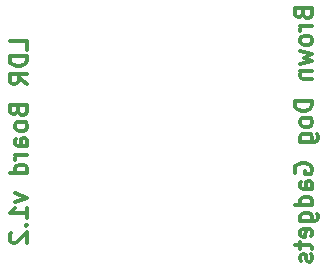
<source format=gbo>
%TF.GenerationSoftware,KiCad,Pcbnew,4.0.5-e0-6337~49~ubuntu16.04.1*%
%TF.CreationDate,2017-05-08T19:40:56-07:00*%
%TF.ProjectId,LDR-Board,4C44522D426F6172642E6B696361645F,v1.2*%
%TF.FileFunction,Legend,Bot*%
%FSLAX46Y46*%
G04 Gerber Fmt 4.6, Leading zero omitted, Abs format (unit mm)*
G04 Created by KiCad (PCBNEW 4.0.5-e0-6337~49~ubuntu16.04.1) date Mon May  8 19:40:56 2017*
%MOMM*%
%LPD*%
G01*
G04 APERTURE LIST*
%ADD10C,0.350000*%
%ADD11C,0.300000*%
%ADD12R,2.184400X2.184400*%
%ADD13O,2.184400X2.184400*%
%ADD14C,2.184400*%
G04 APERTURE END LIST*
D10*
D11*
X31007857Y-53920714D02*
X31079286Y-54135000D01*
X31150714Y-54206428D01*
X31293571Y-54277857D01*
X31507857Y-54277857D01*
X31650714Y-54206428D01*
X31722143Y-54135000D01*
X31793571Y-53992142D01*
X31793571Y-53420714D01*
X30293571Y-53420714D01*
X30293571Y-53920714D01*
X30365000Y-54063571D01*
X30436429Y-54135000D01*
X30579286Y-54206428D01*
X30722143Y-54206428D01*
X30865000Y-54135000D01*
X30936429Y-54063571D01*
X31007857Y-53920714D01*
X31007857Y-53420714D01*
X31793571Y-54920714D02*
X30793571Y-54920714D01*
X31079286Y-54920714D02*
X30936429Y-54992142D01*
X30865000Y-55063571D01*
X30793571Y-55206428D01*
X30793571Y-55349285D01*
X31793571Y-56063571D02*
X31722143Y-55920713D01*
X31650714Y-55849285D01*
X31507857Y-55777856D01*
X31079286Y-55777856D01*
X30936429Y-55849285D01*
X30865000Y-55920713D01*
X30793571Y-56063571D01*
X30793571Y-56277856D01*
X30865000Y-56420713D01*
X30936429Y-56492142D01*
X31079286Y-56563571D01*
X31507857Y-56563571D01*
X31650714Y-56492142D01*
X31722143Y-56420713D01*
X31793571Y-56277856D01*
X31793571Y-56063571D01*
X30793571Y-57063571D02*
X31793571Y-57349285D01*
X31079286Y-57634999D01*
X31793571Y-57920714D01*
X30793571Y-58206428D01*
X30793571Y-58777857D02*
X31793571Y-58777857D01*
X30936429Y-58777857D02*
X30865000Y-58849285D01*
X30793571Y-58992143D01*
X30793571Y-59206428D01*
X30865000Y-59349285D01*
X31007857Y-59420714D01*
X31793571Y-59420714D01*
X31793571Y-61277857D02*
X30293571Y-61277857D01*
X30293571Y-61635000D01*
X30365000Y-61849285D01*
X30507857Y-61992143D01*
X30650714Y-62063571D01*
X30936429Y-62135000D01*
X31150714Y-62135000D01*
X31436429Y-62063571D01*
X31579286Y-61992143D01*
X31722143Y-61849285D01*
X31793571Y-61635000D01*
X31793571Y-61277857D01*
X31793571Y-62992143D02*
X31722143Y-62849285D01*
X31650714Y-62777857D01*
X31507857Y-62706428D01*
X31079286Y-62706428D01*
X30936429Y-62777857D01*
X30865000Y-62849285D01*
X30793571Y-62992143D01*
X30793571Y-63206428D01*
X30865000Y-63349285D01*
X30936429Y-63420714D01*
X31079286Y-63492143D01*
X31507857Y-63492143D01*
X31650714Y-63420714D01*
X31722143Y-63349285D01*
X31793571Y-63206428D01*
X31793571Y-62992143D01*
X30793571Y-64777857D02*
X32007857Y-64777857D01*
X32150714Y-64706428D01*
X32222143Y-64635000D01*
X32293571Y-64492143D01*
X32293571Y-64277857D01*
X32222143Y-64135000D01*
X31722143Y-64777857D02*
X31793571Y-64635000D01*
X31793571Y-64349286D01*
X31722143Y-64206428D01*
X31650714Y-64135000D01*
X31507857Y-64063571D01*
X31079286Y-64063571D01*
X30936429Y-64135000D01*
X30865000Y-64206428D01*
X30793571Y-64349286D01*
X30793571Y-64635000D01*
X30865000Y-64777857D01*
X30365000Y-67420714D02*
X30293571Y-67277857D01*
X30293571Y-67063571D01*
X30365000Y-66849286D01*
X30507857Y-66706428D01*
X30650714Y-66635000D01*
X30936429Y-66563571D01*
X31150714Y-66563571D01*
X31436429Y-66635000D01*
X31579286Y-66706428D01*
X31722143Y-66849286D01*
X31793571Y-67063571D01*
X31793571Y-67206428D01*
X31722143Y-67420714D01*
X31650714Y-67492143D01*
X31150714Y-67492143D01*
X31150714Y-67206428D01*
X31793571Y-68777857D02*
X31007857Y-68777857D01*
X30865000Y-68706428D01*
X30793571Y-68563571D01*
X30793571Y-68277857D01*
X30865000Y-68135000D01*
X31722143Y-68777857D02*
X31793571Y-68635000D01*
X31793571Y-68277857D01*
X31722143Y-68135000D01*
X31579286Y-68063571D01*
X31436429Y-68063571D01*
X31293571Y-68135000D01*
X31222143Y-68277857D01*
X31222143Y-68635000D01*
X31150714Y-68777857D01*
X31793571Y-70135000D02*
X30293571Y-70135000D01*
X31722143Y-70135000D02*
X31793571Y-69992143D01*
X31793571Y-69706429D01*
X31722143Y-69563571D01*
X31650714Y-69492143D01*
X31507857Y-69420714D01*
X31079286Y-69420714D01*
X30936429Y-69492143D01*
X30865000Y-69563571D01*
X30793571Y-69706429D01*
X30793571Y-69992143D01*
X30865000Y-70135000D01*
X30793571Y-71492143D02*
X32007857Y-71492143D01*
X32150714Y-71420714D01*
X32222143Y-71349286D01*
X32293571Y-71206429D01*
X32293571Y-70992143D01*
X32222143Y-70849286D01*
X31722143Y-71492143D02*
X31793571Y-71349286D01*
X31793571Y-71063572D01*
X31722143Y-70920714D01*
X31650714Y-70849286D01*
X31507857Y-70777857D01*
X31079286Y-70777857D01*
X30936429Y-70849286D01*
X30865000Y-70920714D01*
X30793571Y-71063572D01*
X30793571Y-71349286D01*
X30865000Y-71492143D01*
X31722143Y-72777857D02*
X31793571Y-72635000D01*
X31793571Y-72349286D01*
X31722143Y-72206429D01*
X31579286Y-72135000D01*
X31007857Y-72135000D01*
X30865000Y-72206429D01*
X30793571Y-72349286D01*
X30793571Y-72635000D01*
X30865000Y-72777857D01*
X31007857Y-72849286D01*
X31150714Y-72849286D01*
X31293571Y-72135000D01*
X30793571Y-73277857D02*
X30793571Y-73849286D01*
X30293571Y-73492143D02*
X31579286Y-73492143D01*
X31722143Y-73563571D01*
X31793571Y-73706429D01*
X31793571Y-73849286D01*
X31722143Y-74277857D02*
X31793571Y-74420714D01*
X31793571Y-74706429D01*
X31722143Y-74849286D01*
X31579286Y-74920714D01*
X31507857Y-74920714D01*
X31365000Y-74849286D01*
X31293571Y-74706429D01*
X31293571Y-74492143D01*
X31222143Y-74349286D01*
X31079286Y-74277857D01*
X31007857Y-74277857D01*
X30865000Y-74349286D01*
X30793571Y-74492143D01*
X30793571Y-74706429D01*
X30865000Y-74849286D01*
X7663571Y-56984287D02*
X7663571Y-56270001D01*
X6163571Y-56270001D01*
X7663571Y-57484287D02*
X6163571Y-57484287D01*
X6163571Y-57841430D01*
X6235000Y-58055715D01*
X6377857Y-58198573D01*
X6520714Y-58270001D01*
X6806429Y-58341430D01*
X7020714Y-58341430D01*
X7306429Y-58270001D01*
X7449286Y-58198573D01*
X7592143Y-58055715D01*
X7663571Y-57841430D01*
X7663571Y-57484287D01*
X7663571Y-59841430D02*
X6949286Y-59341430D01*
X7663571Y-58984287D02*
X6163571Y-58984287D01*
X6163571Y-59555715D01*
X6235000Y-59698573D01*
X6306429Y-59770001D01*
X6449286Y-59841430D01*
X6663571Y-59841430D01*
X6806429Y-59770001D01*
X6877857Y-59698573D01*
X6949286Y-59555715D01*
X6949286Y-58984287D01*
X6877857Y-62127144D02*
X6949286Y-62341430D01*
X7020714Y-62412858D01*
X7163571Y-62484287D01*
X7377857Y-62484287D01*
X7520714Y-62412858D01*
X7592143Y-62341430D01*
X7663571Y-62198572D01*
X7663571Y-61627144D01*
X6163571Y-61627144D01*
X6163571Y-62127144D01*
X6235000Y-62270001D01*
X6306429Y-62341430D01*
X6449286Y-62412858D01*
X6592143Y-62412858D01*
X6735000Y-62341430D01*
X6806429Y-62270001D01*
X6877857Y-62127144D01*
X6877857Y-61627144D01*
X7663571Y-63341430D02*
X7592143Y-63198572D01*
X7520714Y-63127144D01*
X7377857Y-63055715D01*
X6949286Y-63055715D01*
X6806429Y-63127144D01*
X6735000Y-63198572D01*
X6663571Y-63341430D01*
X6663571Y-63555715D01*
X6735000Y-63698572D01*
X6806429Y-63770001D01*
X6949286Y-63841430D01*
X7377857Y-63841430D01*
X7520714Y-63770001D01*
X7592143Y-63698572D01*
X7663571Y-63555715D01*
X7663571Y-63341430D01*
X7663571Y-65127144D02*
X6877857Y-65127144D01*
X6735000Y-65055715D01*
X6663571Y-64912858D01*
X6663571Y-64627144D01*
X6735000Y-64484287D01*
X7592143Y-65127144D02*
X7663571Y-64984287D01*
X7663571Y-64627144D01*
X7592143Y-64484287D01*
X7449286Y-64412858D01*
X7306429Y-64412858D01*
X7163571Y-64484287D01*
X7092143Y-64627144D01*
X7092143Y-64984287D01*
X7020714Y-65127144D01*
X7663571Y-65841430D02*
X6663571Y-65841430D01*
X6949286Y-65841430D02*
X6806429Y-65912858D01*
X6735000Y-65984287D01*
X6663571Y-66127144D01*
X6663571Y-66270001D01*
X7663571Y-67412858D02*
X6163571Y-67412858D01*
X7592143Y-67412858D02*
X7663571Y-67270001D01*
X7663571Y-66984287D01*
X7592143Y-66841429D01*
X7520714Y-66770001D01*
X7377857Y-66698572D01*
X6949286Y-66698572D01*
X6806429Y-66770001D01*
X6735000Y-66841429D01*
X6663571Y-66984287D01*
X6663571Y-67270001D01*
X6735000Y-67412858D01*
X6663571Y-69127144D02*
X7663571Y-69484287D01*
X6663571Y-69841429D01*
X7663571Y-71198572D02*
X7663571Y-70341429D01*
X7663571Y-70770001D02*
X6163571Y-70770001D01*
X6377857Y-70627144D01*
X6520714Y-70484286D01*
X6592143Y-70341429D01*
X7520714Y-71841429D02*
X7592143Y-71912857D01*
X7663571Y-71841429D01*
X7592143Y-71770000D01*
X7520714Y-71841429D01*
X7663571Y-71841429D01*
X6306429Y-72484286D02*
X6235000Y-72555715D01*
X6163571Y-72698572D01*
X6163571Y-73055715D01*
X6235000Y-73198572D01*
X6306429Y-73270001D01*
X6449286Y-73341429D01*
X6592143Y-73341429D01*
X6806429Y-73270001D01*
X7663571Y-72412858D01*
X7663571Y-73341429D01*
%LPC*%
D12*
X24130000Y-80772000D03*
D13*
X21590000Y-80772000D03*
X19050000Y-80772000D03*
X16510000Y-80772000D03*
X13970000Y-80772000D03*
D14*
X11754981Y-58465073D03*
D13*
X14294981Y-58465073D03*
D14*
X26994981Y-71165073D03*
D13*
X24454981Y-71165073D03*
D14*
X14294981Y-71165073D03*
D13*
X11754981Y-71165073D03*
D14*
X26994981Y-58465073D03*
D13*
X24454981Y-58465073D03*
M02*

</source>
